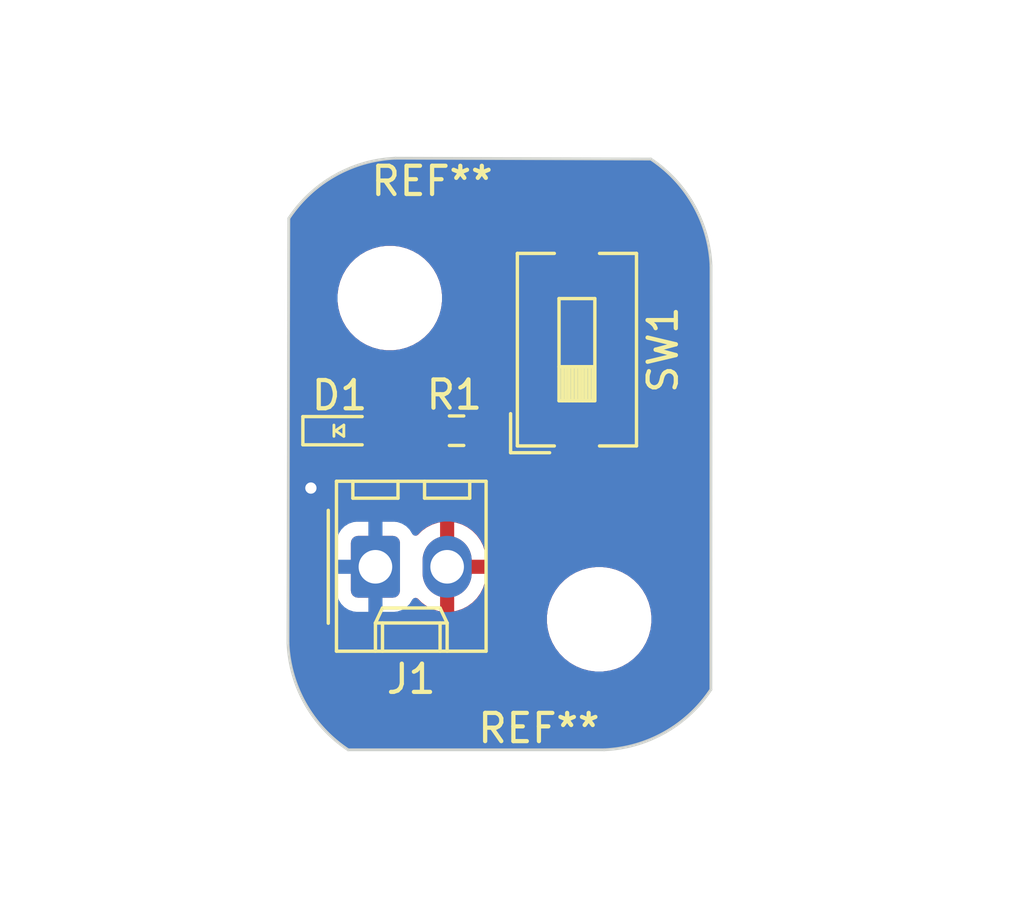
<source format=kicad_pcb>
(kicad_pcb (version 20240108) (generator "pcbnew") (generator_version "8.0")
  (title_block (title "LED Proj 1") (date "2022-08-16") (rev "0.0") (company "Illini Solar Car") (comment 1 "Designed By: Enrique Garcia - eg20"))
  (layers (0 "F.Cu" signal) (31 "B.Cu" signal) (34 "B.Paste" user) (35 "F.Paste" user) (36 "B.SilkS" user "B.Silkscreen") (37 "F.SilkS" user "F.Silkscreen") (38 "B.Mask" user) (39 "F.Mask" user) (44 "Edge.Cuts" user))
  (net 0 "")
  (net 1 "GND")
  (net 2 "Net-(D1-A)")
  (net 3 "+3V3")
  (net 4 "Net-(R1-Pad1)")
  (footprint "layout:LED_0603_Symbol_on_F.SilkS" (layer "F.Cu") (at 117.856 121.666)
    (property "Reference" "D1" (at 0 -1.25 0) (layer "F.SilkS"))
    (property "Value" "LED_GREEN")
    (fp_line (start -1.3 -0.5) (end -1.3 0.5) (stroke (width 0.12)) (layer "F.SilkS"))
    (fp_line (start -1.3 -0.5) (end 0.8 -0.5) (stroke (width 0.12)) (layer "F.SilkS"))
    (fp_line (start -1.3 0.5) (end 0.8 0.5) (stroke (width 0.12)) (layer "F.SilkS"))
    (fp_line (start -0.2 -0.2) (end -0.2 0.2) (stroke (width 0.1)) (layer "F.SilkS"))
    (fp_line (start -0.15 0) (end 0.15 -0.2) (stroke (width 0.1)) (layer "F.SilkS"))
    (fp_line (start 0.15 -0.2) (end 0.15 0.2) (stroke (width 0.1)) (layer "F.SilkS"))
    (fp_line (start 0.15 0.2) (end -0.15 0) (stroke (width 0.1)) (layer "F.SilkS"))
    (pad "1" smd rect (at -0.8 0 180) (size 0.8 0.8) (layers "F.Cu" "F.Paste" "F.Mask") (net 1 "GND"))
    (pad "2" smd rect (at 0.8 0 180) (size 0.8 0.8) (layers "F.Cu" "F.Paste" "F.Mask") (net 2 "Net-(D1-A)"))
  )
  (footprint "Resistor_SMD:R_0603_1608Metric_Pad0.98x0.95mm_HandSolder" (layer "F.Cu") (at 122 121.666 180)
    (property "Reference" "R1" (at 0.08 1.27 360) (layer "F.SilkS"))
    (property "Value" "105")
    (fp_line (start -0.254724 0.5225) (end 0.254724 0.5225) (stroke (width 0.12)) (layer "F.SilkS"))
    (fp_line (start -0.254724 -0.5225) (end 0.254724 -0.5225) (stroke (width 0.12)) (layer "F.SilkS"))
    (pad "1" smd roundrect (at -0.9125 0 180) (size 0.975 0.95) (layers "F.Cu" "F.Paste" "F.Mask") (net 4 "Net-(R1-Pad1)"))
    (pad "2" smd roundrect (at 0.9125 0 180) (size 0.975 0.95) (layers "F.Cu" "F.Paste" "F.Mask") (net 2 "Net-(D1-A)"))
  )
  (footprint "MountingHole:MountingHole_3.2mm_M3" (layer "F.Cu") (at 127.0508 128.3462)
    (property "Reference" "REF**" (at -2.1336 3.8608 0) (layer "F.SilkS"))
    (property "Value" "MountingHole_3.2mm_M3")
    (pad "" np_thru_hole circle (at 0 0) (size 3.2 3.2) (drill 3.2) (layers "*.Cu" "*.Mask"))
  )
  (footprint "MountingHole:MountingHole_3.2mm_M3" (layer "F.Cu") (at 119.634 116.967)
    (property "Reference" "REF**" (at 1.4986 -4.1402 360) (layer "F.SilkS"))
    (property "Value" "MountingHole_3.2mm_M3")
    (pad "" np_thru_hole circle (at 0 0) (size 3.2 3.2) (drill 3.2) (layers "*.Cu" "*.Mask"))
  )
  (footprint "Connector_Molex:Molex_KK-254_AE-6410-02A_1x02_P2.54mm_Vertical" (layer "F.Cu") (at 119.126 126.4866)
    (property "Reference" "J1" (at 1.2676 3.9758 0) (layer "F.SilkS"))
    (property "Value" "Conn_01x02")
    (fp_line (start -1.67 -2) (end -1.67 2) (stroke (width 0.12)) (layer "F.SilkS"))
    (fp_line (start -1.38 -3.03) (end -1.38 2.99) (stroke (width 0.12)) (layer "F.SilkS"))
    (fp_line (start -1.38 2.99) (end 3.92 2.99) (stroke (width 0.12)) (layer "F.SilkS"))
    (fp_line (start -0.8 -3.03) (end -0.8 -2.43) (stroke (width 0.12)) (layer "F.SilkS"))
    (fp_line (start -0.8 -2.43) (end 0.8 -2.43) (stroke (width 0.12)) (layer "F.SilkS"))
    (fp_line (start 0 1.99) (end 0.25 1.46) (stroke (width 0.12)) (layer "F.SilkS"))
    (fp_line (start 0 1.99) (end 2.54 1.99) (stroke (width 0.12)) (layer "F.SilkS"))
    (fp_line (start 0 2.99) (end 0 1.99) (stroke (width 0.12)) (layer "F.SilkS"))
    (fp_line (start 0.25 1.46) (end 2.29 1.46) (stroke (width 0.12)) (layer "F.SilkS"))
    (fp_line (start 0.25 2.99) (end 0.25 1.99) (stroke (width 0.12)) (layer "F.SilkS"))
    (fp_line (start 0.8 -2.43) (end 0.8 -3.03) (stroke (width 0.12)) (layer "F.SilkS"))
    (fp_line (start 1.74 -3.03) (end 1.74 -2.43) (stroke (width 0.12)) (layer "F.SilkS"))
    (fp_line (start 1.74 -2.43) (end 3.34 -2.43) (stroke (width 0.12)) (layer "F.SilkS"))
    (fp_line (start 2.29 1.46) (end 2.54 1.99) (stroke (width 0.12)) (layer "F.SilkS"))
    (fp_line (start 2.29 2.99) (end 2.29 1.99) (stroke (width 0.12)) (layer "F.SilkS"))
    (fp_line (start 2.54 1.99) (end 2.54 2.99) (stroke (width 0.12)) (layer "F.SilkS"))
    (fp_line (start 3.34 -2.43) (end 3.34 -3.03) (stroke (width 0.12)) (layer "F.SilkS"))
    (fp_line (start 3.92 -3.03) (end -1.38 -3.03) (stroke (width 0.12)) (layer "F.SilkS"))
    (fp_line (start 3.92 2.99) (end 3.92 -3.03) (stroke (width 0.12)) (layer "F.SilkS"))
    (pad "1" thru_hole roundrect (at 0 0) (size 1.74 2.19) (drill 1.19) (layers "*.Cu" "*.Mask") (roundrect_rratio 0.143678) (net 1 "GND"))
    (pad "2" thru_hole oval (at 2.54 0) (size 1.74 2.19) (drill 1.19) (layers "*.Cu" "*.Mask") (net 3 "+3V3"))
  )
  (footprint "Button_Switch_SMD:SW_DIP_SPSTx01_Slide_6.7x4.1mm_W8.61mm_P2.54mm_LowProfile" (layer "F.Cu") (at 126.2634 118.7958 90)
    (property "Reference" "SW1" (at 0 3.048 90) (layer "F.SilkS"))
    (property "Value" "SW_Push")
    (fp_line (start -3.65 -2.35) (end -2.267 -2.35) (stroke (width 0.12)) (layer "F.SilkS"))
    (fp_line (start -3.65 -2.35) (end -3.65 -0.967) (stroke (width 0.12)) (layer "F.SilkS"))
    (fp_line (start 3.41 -2.11) (end 3.41 -0.8) (stroke (width 0.12)) (layer "F.SilkS"))
    (fp_line (start -3.41 -2.11) (end 3.41 -2.11) (stroke (width 0.12)) (layer "F.SilkS"))
    (fp_line (start -3.41 -2.11) (end -3.41 -0.8) (stroke (width 0.12)) (layer "F.SilkS"))
    (fp_line (start 1.81 -0.635) (end -1.81 -0.635) (stroke (width 0.12)) (layer "F.SilkS"))
    (fp_line (start -0.603333 -0.635) (end -0.603333 0.635) (stroke (width 0.12)) (layer "F.SilkS"))
    (fp_line (start -1.81 -0.635) (end -1.81 0.635) (stroke (width 0.12)) (layer "F.SilkS"))
    (fp_line (start -1.81 -0.515) (end -0.603333 -0.515) (stroke (width 0.12)) (layer "F.SilkS"))
    (fp_line (start -1.81 -0.395) (end -0.603333 -0.395) (stroke (width 0.12)) (layer "F.SilkS"))
    (fp_line (start -1.81 -0.275) (end -0.603333 -0.275) (stroke (width 0.12)) (layer "F.SilkS"))
    (fp_line (start -1.81 -0.155) (end -0.603333 -0.155) (stroke (width 0.12)) (layer "F.SilkS"))
    (fp_line (start -1.81 -0.035) (end -0.603333 -0.035) (stroke (width 0.12)) (layer "F.SilkS"))
    (fp_line (start -1.81 0.085) (end -0.603333 0.085) (stroke (width 0.12)) (layer "F.SilkS"))
    (fp_line (start -1.81 0.205) (end -0.603333 0.205) (stroke (width 0.12)) (layer "F.SilkS"))
    (fp_line (start -1.81 0.325) (end -0.603333 0.325) (stroke (width 0.12)) (layer "F.SilkS"))
    (fp_line (start -1.81 0.445) (end -0.603333 0.445) (stroke (width 0.12)) (layer "F.SilkS"))
    (fp_line (start -1.81 0.565) (end -0.603333 0.565) (stroke (width 0.12)) (layer "F.SilkS"))
    (fp_line (start 1.81 0.635) (end 1.81 -0.635) (stroke (width 0.12)) (layer "F.SilkS"))
    (fp_line (start -1.81 0.635) (end 1.81 0.635) (stroke (width 0.12)) (layer "F.SilkS"))
    (fp_line (start 3.41 0.8) (end 3.41 2.11) (stroke (width 0.12)) (layer "F.SilkS"))
    (fp_line (start -3.41 0.8) (end -3.41 2.11) (stroke (width 0.12)) (layer "F.SilkS"))
    (fp_line (start -3.41 2.11) (end 3.41 2.11) (stroke (width 0.12)) (layer "F.SilkS"))
    (pad "1" smd rect (at -4.305 0 90) (size 2.44 1.12) (layers "F.Cu" "F.Paste" "F.Mask") (net 3 "+3V3"))
    (pad "2" smd rect (at 4.305 0 90) (size 2.44 1.12) (layers "F.Cu" "F.Paste" "F.Mask") (net 4 "Net-(R1-Pad1)"))
  )
  (gr_line (start 116.057716 114.146843) (end 116.027957 129.189516) (stroke (width 0.1)) (layer "Edge.Cuts"))
  (gr_arc (start 116.057716 114.146843) (mid 117.69143 112.626729) (end 119.8372 112.014) (stroke (width 0.1)) (layer "Edge.Cuts"))
  (gr_arc (start 118.1608 132.969) (mid 116.640686 131.335286) (end 116.027957 129.189516) (stroke (width 0.1)) (layer "Edge.Cuts"))
  (gr_line (start 128.880357 112.044516) (end 119.8372 112.014) (stroke (width 0.1)) (layer "Edge.Cuts"))
  (gr_arc (start 128.880357 112.044516) (mid 130.400471 113.67823) (end 131.0132 115.824) (stroke (width 0.1)) (layer "Edge.Cuts"))
  (gr_line (start 131.008084 130.836157) (end 131.0132 115.824) (stroke (width 0.1)) (layer "Edge.Cuts"))
  (gr_line (start 118.1608 132.969) (end 127.2286 132.969) (stroke (width 0.1)) (layer "Edge.Cuts"))
  (gr_arc (start 131.008084 130.836157) (mid 129.37437 132.356271) (end 127.2286 132.969) (stroke (width 0.1)) (layer "Edge.Cuts"))
  (segment (start 117.056 121.958) (end 116.84 122.174) (width 0.25) (layer "F.Cu") (net 1))
  (segment (start 116.84 122.174) (end 116.84 123.698) (width 0.25) (layer "F.Cu") (net 1))
  (segment (start 117.056 121.666) (end 117.056 121.958) (width 0.25) (layer "F.Cu") (net 1))
  (via (at 116.84 123.698) (size 0.8) (drill 0.4) (layers "F.Cu" "B.Cu") (net 1))
  (segment (start 118.656 121.666) (end 121.0875 121.666) (width 0.25) (layer "F.Cu") (net 2))
  (segment (start 123.698 119.888) (end 122.9125 120.6735) (width 0.25) (layer "F.Cu") (net 4))
  (segment (start 122.9125 120.6735) (end 122.9125 122) (width 0.25) (layer "F.Cu") (net 4))
  (segment (start 123.698 116.078) (end 123.698 119.888) (width 0.25) (layer "F.Cu") (net 4))
  (segment (start 126.2634 114.4908) (end 125.2852 114.4908) (width 0.25) (layer "F.Cu") (net 4))
  (segment (start 125.2852 114.4908) (end 123.698 116.078) (width 0.25) (layer "F.Cu") (net 4))
  (zone (net 3) (net_name "+3V3") (layer "F.Cu") (connect_pads (clearance 0.508)) (min_thickness 0.25) (fill yes (thermal_gap 0.5) (thermal_bridge_width 0.5))
    (polygon (pts (xy 116 133) (xy 131 133) (xy 131 112) (xy 116 112)))
  )
  (zone (net 1) (net_name "GND") (layer "B.Cu") (priority 1) (connect_pads (clearance 0.508)) (min_thickness 0.25) (fill yes (thermal_gap 0.5) (thermal_bridge_width 0.5))
    (polygon (pts (xy 116 112) (xy 131 112) (xy 131 133) (xy 116 133)))
  )
)
</source>
